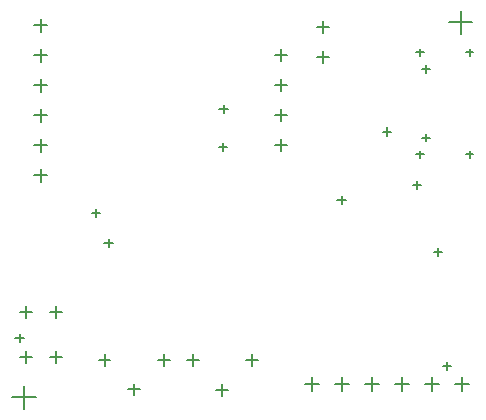
<source format=gbr>
G04*
G04 #@! TF.GenerationSoftware,Altium Limited,Altium Designer,24.1.2 (44)*
G04*
G04 Layer_Color=128*
%FSLAX25Y25*%
%MOIN*%
G70*
G04*
G04 #@! TF.SameCoordinates,539E6247-A82E-4B89-B4FB-6AA9409DBF92*
G04*
G04*
G04 #@! TF.FilePolarity,Positive*
G04*
G01*
G75*
%ADD14C,0.00500*%
D14*
X128563Y128500D02*
X136437D01*
X132500Y124563D02*
Y132437D01*
X274063Y253500D02*
X281937D01*
X278000Y249563D02*
Y257437D01*
X206374Y140843D02*
X210311D01*
X208342Y138874D02*
Y142811D01*
X196531Y131000D02*
X200468D01*
X198500Y129032D02*
Y132968D01*
X186689Y140843D02*
X190626D01*
X188657Y138874D02*
Y142811D01*
X177032Y141000D02*
X180968D01*
X179000Y139032D02*
Y142968D01*
X167189Y131157D02*
X171126D01*
X169157Y129189D02*
Y133126D01*
X157346Y141000D02*
X161283D01*
X159315Y139032D02*
Y142968D01*
X130992Y157000D02*
X135008D01*
X133000Y154992D02*
Y159008D01*
X140992Y157000D02*
X145008D01*
X143000Y154992D02*
Y159008D01*
X140992Y142000D02*
X145008D01*
X143000Y139992D02*
Y144008D01*
X130992Y142000D02*
X135008D01*
X133000Y139992D02*
Y144008D01*
X215992Y212500D02*
X220008D01*
X218000Y210492D02*
Y214508D01*
X215992Y222500D02*
X220008D01*
X218000Y220492D02*
Y224508D01*
X215992Y232500D02*
X220008D01*
X218000Y230492D02*
Y234508D01*
X215992Y242500D02*
X220008D01*
X218000Y240492D02*
Y244508D01*
X230132Y242000D02*
X234147D01*
X232139Y239992D02*
Y244008D01*
X230132Y252000D02*
X234147D01*
X232139Y249992D02*
Y254008D01*
X135736Y252500D02*
X140264D01*
X138000Y250236D02*
Y254764D01*
X135736Y242500D02*
X140264D01*
X138000Y240236D02*
Y244764D01*
X135736Y232500D02*
X140264D01*
X138000Y230236D02*
Y234764D01*
X135736Y222500D02*
X140264D01*
X138000Y220236D02*
Y224764D01*
X135736Y212500D02*
X140264D01*
X138000Y210236D02*
Y214764D01*
X135736Y202500D02*
X140264D01*
X138000Y200236D02*
Y204764D01*
X276236Y133000D02*
X280764D01*
X278500Y130736D02*
Y135264D01*
X266236Y133000D02*
X270764D01*
X268500Y130736D02*
Y135264D01*
X256236Y133000D02*
X260764D01*
X258500Y130736D02*
Y135264D01*
X246236Y133000D02*
X250764D01*
X248500Y130736D02*
Y135264D01*
X236236Y133000D02*
X240764D01*
X238500Y130736D02*
Y135264D01*
X226236Y133000D02*
X230764D01*
X228500Y130736D02*
Y135264D01*
X265232Y237878D02*
X267791D01*
X266512Y236598D02*
Y239158D01*
X265232Y215122D02*
X267791D01*
X266512Y213843D02*
Y216402D01*
X279720Y209492D02*
X282279D01*
X281000Y208213D02*
Y210772D01*
X279720Y243508D02*
X282279D01*
X281000Y242228D02*
Y244787D01*
X263264Y209492D02*
X265823D01*
X264543Y208213D02*
Y210772D01*
X263264Y243508D02*
X265823D01*
X264543Y242228D02*
Y244787D01*
X269100Y177000D02*
X271900D01*
X270500Y175600D02*
Y178400D01*
X129600Y148400D02*
X132400D01*
X131000Y147000D02*
Y149800D01*
X197300Y212000D02*
X200100D01*
X198700Y210600D02*
Y213400D01*
X159235Y180035D02*
X162035D01*
X160635Y178635D02*
Y181435D01*
X236900Y194400D02*
X239700D01*
X238300Y193000D02*
Y195800D01*
X252000Y217100D02*
X254800D01*
X253400Y215700D02*
Y218500D01*
X262100Y199300D02*
X264900D01*
X263500Y197900D02*
Y200700D01*
X272100Y138920D02*
X274900D01*
X273500Y137520D02*
Y140320D01*
X155000Y189909D02*
X157800D01*
X156400Y188509D02*
Y191309D01*
X197600Y224600D02*
X200400D01*
X199000Y223200D02*
Y226000D01*
M02*

</source>
